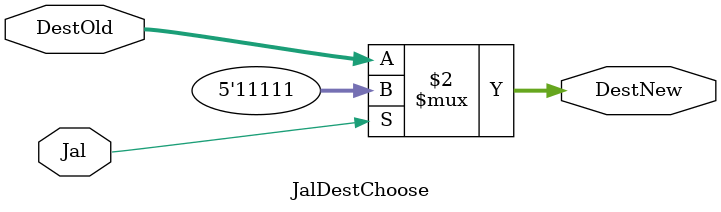
<source format=v>
`timescale 1ns / 1ps


module JalDestChoose(DestOld, Jal, DestNew);

input [4:0] DestOld;
input Jal;
output [4:0] DestNew;

assign DestNew = (Jal == 1)? 5'b11111 : DestOld;

endmodule

</source>
